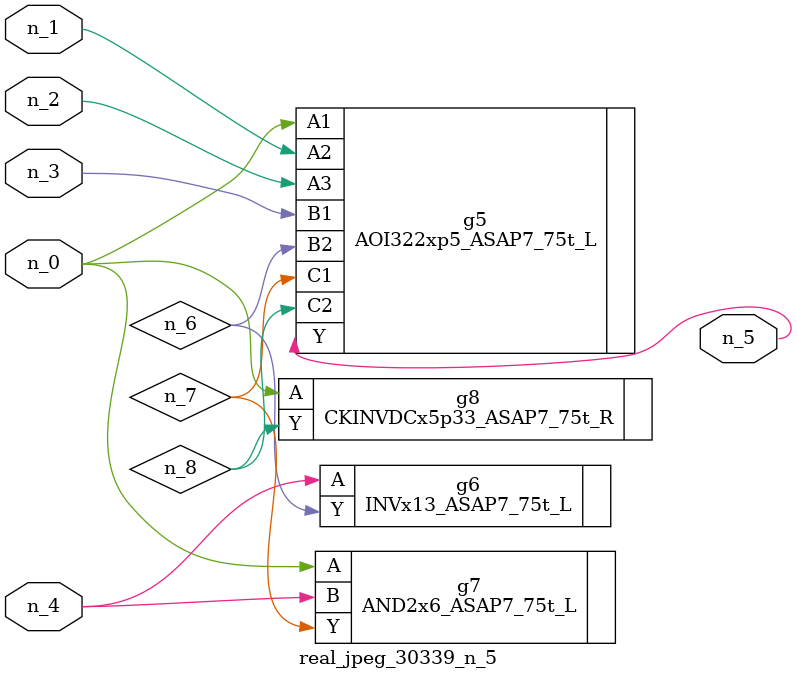
<source format=v>
module real_jpeg_30339_n_5 (n_4, n_0, n_1, n_2, n_3, n_5);

input n_4;
input n_0;
input n_1;
input n_2;
input n_3;

output n_5;

wire n_8;
wire n_6;
wire n_7;

AOI322xp5_ASAP7_75t_L g5 ( 
.A1(n_0),
.A2(n_1),
.A3(n_2),
.B1(n_3),
.B2(n_6),
.C1(n_7),
.C2(n_8),
.Y(n_5)
);

AND2x6_ASAP7_75t_L g7 ( 
.A(n_0),
.B(n_4),
.Y(n_7)
);

CKINVDCx5p33_ASAP7_75t_R g8 ( 
.A(n_0),
.Y(n_8)
);

INVx13_ASAP7_75t_L g6 ( 
.A(n_4),
.Y(n_6)
);


endmodule
</source>
